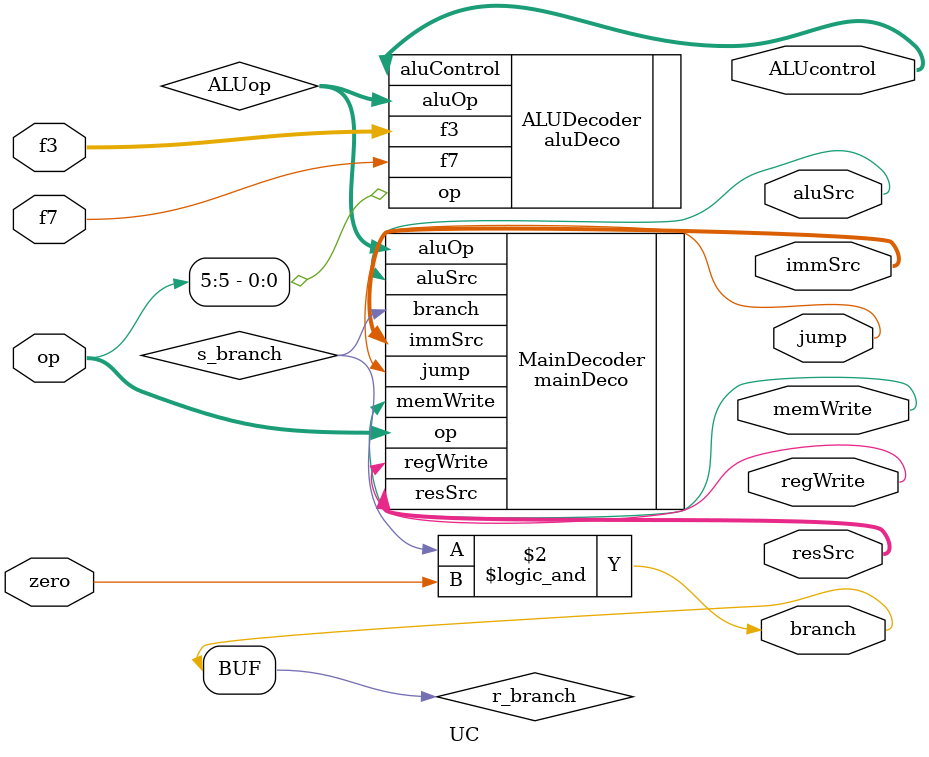
<source format=v>
`include "controlUnit/aluDeco.v"
`include "controlUnit/mainDeco.v"

module UC(
    input wire f7,
    input [2:0] f3,
    input [6:0] op,
    input wire zero,
    output wire branch,
    output wire jump,
    output wire memWrite,
    output [1:0] resSrc,
    output [2:0] ALUcontrol,
    output wire aluSrc,
    output [1:0] immSrc,
    output wire regWrite
);

wire[1:0] ALUop;
wire s_branch;
reg r_branch;

initial
    r_branch = 0;

mainDeco MainDecoder(
    .op(op),
    .branch(s_branch),
    .jump(jump),
    .resSrc(resSrc),
    .memWrite(memWrite),
    .aluSrc(aluSrc),
    .immSrc(immSrc),
    .regWrite(regWrite),
    .aluOp(ALUop)
);

aluDeco ALUDecoder(
    .op(op[5]),
    .f7(f7),
    .f3(f3),
    .aluOp(ALUop),
    .aluControl(ALUcontrol)
);

always @(*)
    r_branch = s_branch && zero;

assign branch = r_branch;
endmodule
</source>
